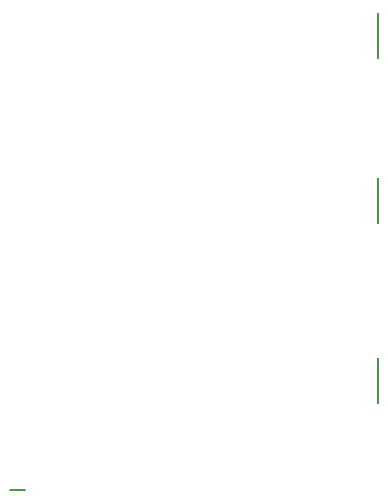
<source format=gbo>
G75*
%MOIN*%
%OFA0B0*%
%FSLAX25Y25*%
%IPPOS*%
%LPD*%
%AMOC8*
5,1,8,0,0,1.08239X$1,22.5*
%
%ADD10C,0.00800*%
D10*
X0133500Y0044681D02*
X0138500Y0044681D01*
X0256000Y0073500D02*
X0256000Y0088500D01*
X0256000Y0133500D02*
X0256000Y0148500D01*
X0256000Y0188500D02*
X0256000Y0203500D01*
M02*

</source>
